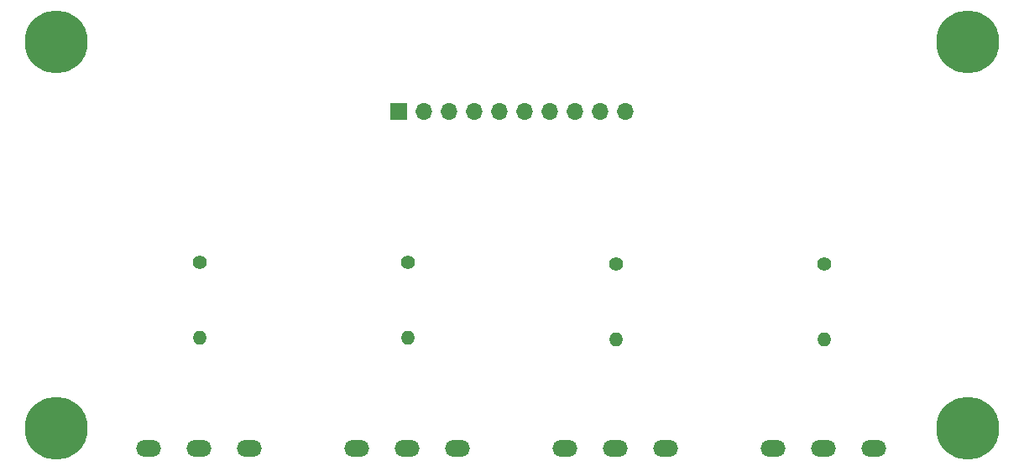
<source format=gts>
%TF.GenerationSoftware,KiCad,Pcbnew,(6.0.1)*%
%TF.CreationDate,2022-10-03T06:33:07-04:00*%
%TF.ProjectId,MOD-VOL-POTS,4d4f442d-564f-44c2-9d50-4f54532e6b69,rev?*%
%TF.SameCoordinates,Original*%
%TF.FileFunction,Soldermask,Top*%
%TF.FilePolarity,Negative*%
%FSLAX46Y46*%
G04 Gerber Fmt 4.6, Leading zero omitted, Abs format (unit mm)*
G04 Created by KiCad (PCBNEW (6.0.1)) date 2022-10-03 06:33:07*
%MOMM*%
%LPD*%
G01*
G04 APERTURE LIST*
%ADD10C,6.350000*%
%ADD11C,1.400000*%
%ADD12O,1.400000X1.400000*%
%ADD13O,2.540000X1.651000*%
%ADD14R,1.700000X1.700000*%
%ADD15O,1.700000X1.700000*%
G04 APERTURE END LIST*
D10*
%TO.C,MTG1*%
X94000000Y-83000000D03*
%TD*%
D11*
%TO.C,R2*%
X129500000Y-66190000D03*
D12*
X129500000Y-73810000D03*
%TD*%
D13*
%TO.C,RV1*%
X113500002Y-85039987D03*
X108420002Y-85039987D03*
X103340002Y-85039987D03*
%TD*%
D10*
%TO.C,MTG3*%
X94000000Y-44000000D03*
%TD*%
D14*
%TO.C,J1*%
X128575000Y-51000000D03*
D15*
X131115000Y-51000000D03*
X133655000Y-51000000D03*
X136195000Y-51000000D03*
X138735000Y-51000000D03*
X141275000Y-51000000D03*
X143815000Y-51000000D03*
X146355000Y-51000000D03*
X148895000Y-51000000D03*
X151435000Y-51000000D03*
%TD*%
D13*
%TO.C,RV4*%
X176500003Y-85000008D03*
X171420003Y-85000008D03*
X166340003Y-85000008D03*
%TD*%
%TO.C,RV2*%
X124340010Y-85039987D03*
X129420010Y-85039987D03*
X134500010Y-85039987D03*
%TD*%
D11*
%TO.C,R4*%
X171500000Y-66380000D03*
D12*
X171500000Y-74000000D03*
%TD*%
D13*
%TO.C,RV3*%
X155499994Y-85039987D03*
X150419994Y-85039987D03*
X145339994Y-85039987D03*
%TD*%
D12*
%TO.C,R3*%
X150500000Y-74000000D03*
D11*
X150500000Y-66380000D03*
%TD*%
D10*
%TO.C,MTG2*%
X186000000Y-83000000D03*
%TD*%
%TO.C,MTG4*%
X186000000Y-44000000D03*
%TD*%
D11*
%TO.C,R1*%
X108500000Y-66190000D03*
D12*
X108500000Y-73810000D03*
%TD*%
M02*

</source>
